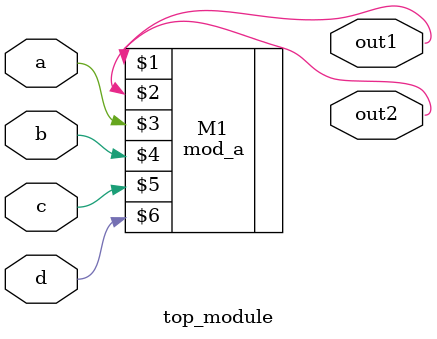
<source format=v>
module top_module ( 
    input a, 
    input b, 
    input c,
    input d,
    output out1,
    output out2
);
    mod_a M1(out1,out2,a,b,c,d);
endmodule

</source>
